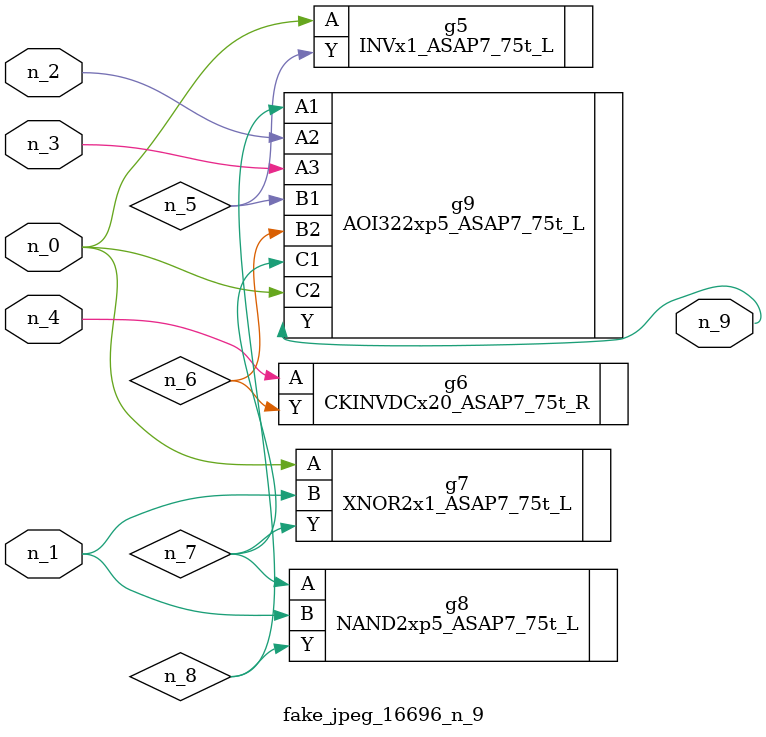
<source format=v>
module fake_jpeg_16696_n_9 (n_3, n_2, n_1, n_0, n_4, n_9);

input n_3;
input n_2;
input n_1;
input n_0;
input n_4;

output n_9;

wire n_8;
wire n_6;
wire n_5;
wire n_7;

INVx1_ASAP7_75t_L g5 ( 
.A(n_0),
.Y(n_5)
);

CKINVDCx20_ASAP7_75t_R g6 ( 
.A(n_4),
.Y(n_6)
);

XNOR2x1_ASAP7_75t_L g7 ( 
.A(n_0),
.B(n_1),
.Y(n_7)
);

NAND2xp5_ASAP7_75t_L g8 ( 
.A(n_7),
.B(n_1),
.Y(n_8)
);

AOI322xp5_ASAP7_75t_L g9 ( 
.A1(n_8),
.A2(n_2),
.A3(n_3),
.B1(n_5),
.B2(n_6),
.C1(n_7),
.C2(n_0),
.Y(n_9)
);


endmodule
</source>
